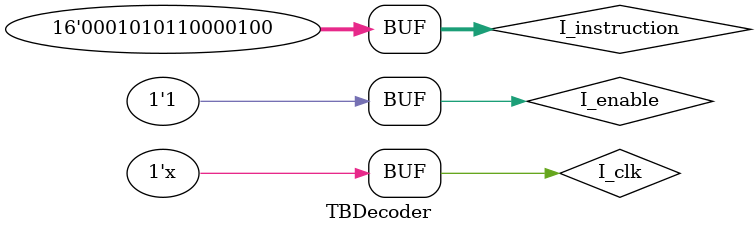
<source format=v>
`timescale 1ns / 1ps
module TBDecoder();
reg [15:0] I_instruction;
reg I_clk;             
reg I_enable;            
wire [4:0] O_ALU;               
wire [2:0] O_Rd ;               
wire [2:0] O_Ra ;               
wire [2:0] O_Rb ;               
wire [15:0] O_immediate;  
wire O_WriteEnable;        
Instruction_Decoder DecoderBlock(
.I_instruction     (I_instruction),
.I_clk             (I_clk        ),
.I_enable          (I_enable     ),
.O_ALU             (O_ALU        ),  
.O_Rd              (O_Rd         ),  
.O_Ra              (O_Ra         ),  
.O_Rb              (O_Rb         ),  
.O_immediate       (O_immediate  ), 
.O_WriteEnable     (O_WriteEnable)
);
initial begin
    I_clk = 0; 
    I_enable = 0;
    I_instruction = 16'b0000000000000000;
    
    #10 I_instruction = 16'b0001010110000100;
    #10 I_enable = 1;
end
always begin
    #5 I_clk = ~I_clk;
end
endmodule

</source>
